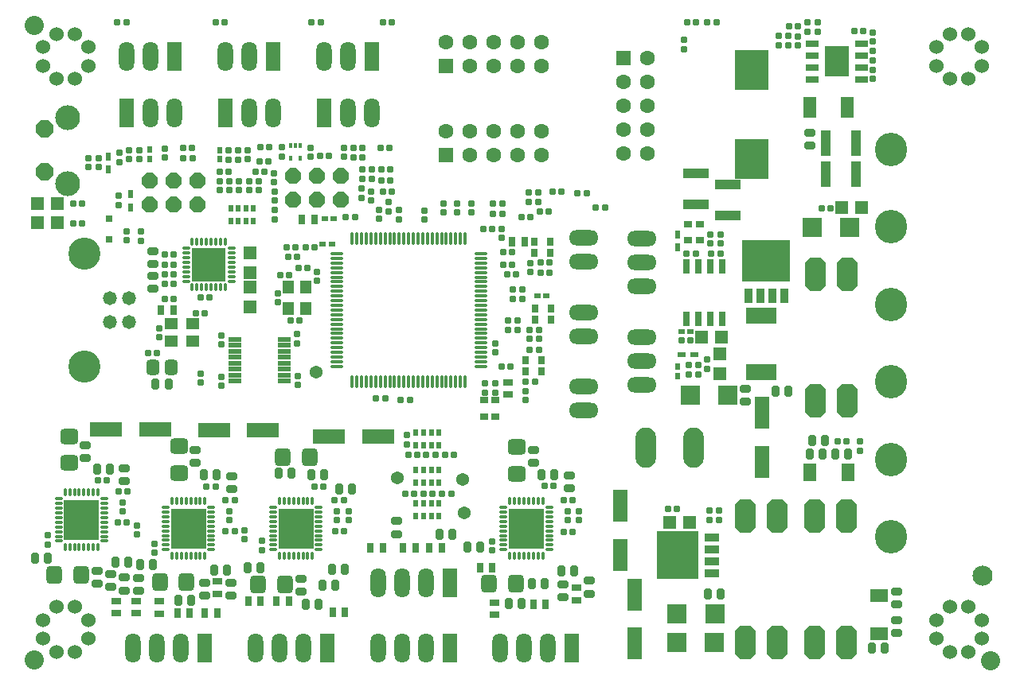
<source format=gts>
G04 Layer_Color=8388736*
%FSLAX25Y25*%
%MOIN*%
G70*
G01*
G75*
%ADD40C,0.06000*%
%ADD121C,0.03000*%
%ADD127C,0.08400*%
%ADD212C,0.06305*%
%ADD213R,0.05300X0.01700*%
%ADD214R,0.04600X0.01300*%
%ADD215R,0.04140X0.11030*%
G04:AMPARAMS|DCode=216|XSize=26mil|YSize=28mil|CornerRadius=6.4mil|HoleSize=0mil|Usage=FLASHONLY|Rotation=270.000|XOffset=0mil|YOffset=0mil|HoleType=Round|Shape=RoundedRectangle|*
%AMROUNDEDRECTD216*
21,1,0.02600,0.01520,0,0,270.0*
21,1,0.01320,0.02800,0,0,270.0*
1,1,0.01280,-0.00760,-0.00660*
1,1,0.01280,-0.00760,0.00660*
1,1,0.01280,0.00760,0.00660*
1,1,0.01280,0.00760,-0.00660*
%
%ADD216ROUNDEDRECTD216*%
G04:AMPARAMS|DCode=217|XSize=26mil|YSize=28mil|CornerRadius=6.4mil|HoleSize=0mil|Usage=FLASHONLY|Rotation=0.000|XOffset=0mil|YOffset=0mil|HoleType=Round|Shape=RoundedRectangle|*
%AMROUNDEDRECTD217*
21,1,0.02600,0.01520,0,0,0.0*
21,1,0.01320,0.02800,0,0,0.0*
1,1,0.01280,0.00660,-0.00760*
1,1,0.01280,-0.00660,-0.00760*
1,1,0.01280,-0.00660,0.00760*
1,1,0.01280,0.00660,0.00760*
%
%ADD217ROUNDEDRECTD217*%
%ADD218R,0.11030X0.04140*%
G04:AMPARAMS|DCode=219|XSize=33.13mil|YSize=43.37mil|CornerRadius=7.83mil|HoleSize=0mil|Usage=FLASHONLY|Rotation=90.000|XOffset=0mil|YOffset=0mil|HoleType=Round|Shape=RoundedRectangle|*
%AMROUNDEDRECTD219*
21,1,0.03313,0.02772,0,0,90.0*
21,1,0.01748,0.04337,0,0,90.0*
1,1,0.01565,0.01386,0.00874*
1,1,0.01565,0.01386,-0.00874*
1,1,0.01565,-0.01386,-0.00874*
1,1,0.01565,-0.01386,0.00874*
%
%ADD219ROUNDEDRECTD219*%
%ADD220R,0.02368X0.02565*%
%ADD221R,0.02565X0.02368*%
G04:AMPARAMS|DCode=222|XSize=27.62mil|YSize=28mil|CornerRadius=6.72mil|HoleSize=0mil|Usage=FLASHONLY|Rotation=90.000|XOffset=0mil|YOffset=0mil|HoleType=Round|Shape=RoundedRectangle|*
%AMROUNDEDRECTD222*
21,1,0.02762,0.01455,0,0,90.0*
21,1,0.01417,0.02800,0,0,90.0*
1,1,0.01345,0.00728,0.00709*
1,1,0.01345,0.00728,-0.00709*
1,1,0.01345,-0.00728,-0.00709*
1,1,0.01345,-0.00728,0.00709*
%
%ADD222ROUNDEDRECTD222*%
G04:AMPARAMS|DCode=223|XSize=14.96mil|YSize=35.43mil|CornerRadius=6.38mil|HoleSize=0mil|Usage=FLASHONLY|Rotation=180.000|XOffset=0mil|YOffset=0mil|HoleType=Round|Shape=RoundedRectangle|*
%AMROUNDEDRECTD223*
21,1,0.01496,0.02268,0,0,180.0*
21,1,0.00220,0.03543,0,0,180.0*
1,1,0.01276,-0.00110,0.01134*
1,1,0.01276,0.00110,0.01134*
1,1,0.01276,0.00110,-0.01134*
1,1,0.01276,-0.00110,-0.01134*
%
%ADD223ROUNDEDRECTD223*%
G04:AMPARAMS|DCode=224|XSize=14.96mil|YSize=35.43mil|CornerRadius=6.38mil|HoleSize=0mil|Usage=FLASHONLY|Rotation=270.000|XOffset=0mil|YOffset=0mil|HoleType=Round|Shape=RoundedRectangle|*
%AMROUNDEDRECTD224*
21,1,0.01496,0.02268,0,0,270.0*
21,1,0.00220,0.03543,0,0,270.0*
1,1,0.01276,-0.01134,-0.00110*
1,1,0.01276,-0.01134,0.00110*
1,1,0.01276,0.01134,0.00110*
1,1,0.01276,0.01134,-0.00110*
%
%ADD224ROUNDEDRECTD224*%
%ADD225R,0.14100X0.14100*%
%ADD226O,0.05518X0.01384*%
%ADD227O,0.01384X0.05518*%
%ADD228R,0.03865X0.03038*%
%ADD229R,0.03038X0.03865*%
%ADD230R,0.03200X0.06000*%
%ADD231R,0.20100X0.17400*%
%ADD232R,0.17400X0.20100*%
%ADD233R,0.06000X0.03200*%
G04:AMPARAMS|DCode=234|XSize=33.13mil|YSize=43.37mil|CornerRadius=7.83mil|HoleSize=0mil|Usage=FLASHONLY|Rotation=180.000|XOffset=0mil|YOffset=0mil|HoleType=Round|Shape=RoundedRectangle|*
%AMROUNDEDRECTD234*
21,1,0.03313,0.02772,0,0,180.0*
21,1,0.01748,0.04337,0,0,180.0*
1,1,0.01565,-0.00874,0.01386*
1,1,0.01565,0.00874,0.01386*
1,1,0.01565,0.00874,-0.01386*
1,1,0.01565,-0.00874,-0.01386*
%
%ADD234ROUNDEDRECTD234*%
%ADD235R,0.05912X0.13786*%
%ADD236R,0.13786X0.05912*%
G04:AMPARAMS|DCode=237|XSize=56mil|YSize=64mil|CornerRadius=15mil|HoleSize=0mil|Usage=FLASHONLY|Rotation=180.000|XOffset=0mil|YOffset=0mil|HoleType=Round|Shape=RoundedRectangle|*
%AMROUNDEDRECTD237*
21,1,0.05600,0.03400,0,0,180.0*
21,1,0.02600,0.06400,0,0,180.0*
1,1,0.03000,-0.01300,0.01700*
1,1,0.03000,0.01300,0.01700*
1,1,0.03000,0.01300,-0.01700*
1,1,0.03000,-0.01300,-0.01700*
%
%ADD237ROUNDEDRECTD237*%
G04:AMPARAMS|DCode=238|XSize=67mil|YSize=75mil|CornerRadius=17.75mil|HoleSize=0mil|Usage=FLASHONLY|Rotation=180.000|XOffset=0mil|YOffset=0mil|HoleType=Round|Shape=RoundedRectangle|*
%AMROUNDEDRECTD238*
21,1,0.06700,0.03950,0,0,180.0*
21,1,0.03150,0.07500,0,0,180.0*
1,1,0.03550,-0.01575,0.01975*
1,1,0.03550,0.01575,0.01975*
1,1,0.03550,0.01575,-0.01975*
1,1,0.03550,-0.01575,-0.01975*
%
%ADD238ROUNDEDRECTD238*%
G04:AMPARAMS|DCode=239|XSize=67mil|YSize=75mil|CornerRadius=17.75mil|HoleSize=0mil|Usage=FLASHONLY|Rotation=90.000|XOffset=0mil|YOffset=0mil|HoleType=Round|Shape=RoundedRectangle|*
%AMROUNDEDRECTD239*
21,1,0.06700,0.03950,0,0,90.0*
21,1,0.03150,0.07500,0,0,90.0*
1,1,0.03550,0.01975,0.01575*
1,1,0.03550,0.01975,-0.01575*
1,1,0.03550,-0.01975,-0.01575*
1,1,0.03550,-0.01975,0.01575*
%
%ADD239ROUNDEDRECTD239*%
%ADD240R,0.02400X0.03000*%
%ADD241R,0.05400X0.01900*%
G04:AMPARAMS|DCode=242|XSize=80mil|YSize=80mil|CornerRadius=40mil|HoleSize=0mil|Usage=FLASHONLY|Rotation=0.000|XOffset=0mil|YOffset=0mil|HoleType=Round|Shape=RoundedRectangle|*
%AMROUNDEDRECTD242*
21,1,0.08000,0.00000,0,0,0.0*
21,1,0.00000,0.08000,0,0,0.0*
1,1,0.08000,0.00000,0.00000*
1,1,0.08000,0.00000,0.00000*
1,1,0.08000,0.00000,0.00000*
1,1,0.08000,0.00000,0.00000*
%
%ADD242ROUNDEDRECTD242*%
%ADD243R,0.02800X0.06400*%
%ADD244R,0.05200X0.05200*%
%ADD245R,0.05833X0.07487*%
%ADD246R,0.05600X0.04600*%
%ADD247R,0.02762X0.03550*%
%ADD248R,0.02400X0.03200*%
%ADD249R,0.08300X0.08300*%
%ADD250R,0.13000X0.06700*%
%ADD251R,0.02800X0.02800*%
%ADD252R,0.03550X0.02762*%
%ADD253R,0.05200X0.05200*%
%ADD254R,0.04600X0.05600*%
G04:AMPARAMS|DCode=255|XSize=54mil|YSize=54mil|CornerRadius=27mil|HoleSize=0mil|Usage=FLASHONLY|Rotation=270.000|XOffset=0mil|YOffset=0mil|HoleType=Round|Shape=RoundedRectangle|*
%AMROUNDEDRECTD255*
21,1,0.05400,0.00000,0,0,270.0*
21,1,0.00000,0.05400,0,0,270.0*
1,1,0.05400,0.00000,0.00000*
1,1,0.05400,0.00000,0.00000*
1,1,0.05400,0.00000,0.00000*
1,1,0.05400,0.00000,0.00000*
%
%ADD255ROUNDEDRECTD255*%
%ADD256R,0.07487X0.05833*%
%ADD257R,0.14573X0.16542*%
%ADD258O,0.01384X0.03747*%
%ADD259O,0.03747X0.01384*%
%ADD260R,0.03200X0.02400*%
%ADD261R,0.01581X0.02172*%
%ADD262R,0.14179X0.16542*%
%ADD263R,0.09849X0.12605*%
%ADD264R,0.05321X0.02565*%
%ADD265R,0.05400X0.08700*%
%ADD266R,0.06305X0.06305*%
%ADD267C,0.06305*%
%ADD268O,0.06400X0.12400*%
%ADD269R,0.06400X0.12400*%
%ADD270O,0.13400X0.14000*%
%ADD271R,0.06305X0.06305*%
%ADD272O,0.12400X0.06400*%
%ADD273O,0.08650X0.16900*%
%ADD274P,0.07144X8X22.5*%
%ADD275C,0.13450*%
%ADD276C,0.05800*%
%ADD277C,0.10400*%
%ADD278P,0.08010X8X292.5*%
G04:AMPARAMS|DCode=279|XSize=137mil|YSize=87mil|CornerRadius=0mil|HoleSize=0mil|Usage=FLASHONLY|Rotation=270.000|XOffset=0mil|YOffset=0mil|HoleType=Round|Shape=Octagon|*
%AMOCTAGOND279*
4,1,8,-0.02175,-0.06850,0.02175,-0.06850,0.04350,-0.04675,0.04350,0.04675,0.02175,0.06850,-0.02175,0.06850,-0.04350,0.04675,-0.04350,-0.04675,-0.02175,-0.06850,0.0*
%
%ADD279OCTAGOND279*%

%ADD280C,0.01000*%
G54D40*
X403175Y15773D02*
D03*
Y23647D02*
D03*
X397663Y29159D02*
D03*
X389789D02*
D03*
X384277Y23647D02*
D03*
Y15773D02*
D03*
X389789Y10261D02*
D03*
X397663D02*
D03*
X403175Y255931D02*
D03*
Y263805D02*
D03*
X397663Y269317D02*
D03*
X389789D02*
D03*
X384277Y263805D02*
D03*
Y255931D02*
D03*
X389789Y250419D02*
D03*
X397663D02*
D03*
X29159Y255931D02*
D03*
Y263805D02*
D03*
X23647Y269317D02*
D03*
X15773D02*
D03*
X10261Y263805D02*
D03*
Y255931D02*
D03*
X15773Y250419D02*
D03*
X23647D02*
D03*
X29159Y15773D02*
D03*
Y23647D02*
D03*
X23647Y29159D02*
D03*
X15773D02*
D03*
X10261Y23647D02*
D03*
Y15773D02*
D03*
X15773Y10261D02*
D03*
X23647D02*
D03*
G54D121*
X79600Y172600D02*
D03*
Y176340D02*
D03*
X75831Y176376D02*
D03*
X75880Y172600D02*
D03*
X75860Y168761D02*
D03*
X79600Y168860D02*
D03*
X83340D02*
D03*
Y172600D02*
D03*
Y176340D02*
D03*
X316900Y168239D02*
D03*
X320900D02*
D03*
Y172239D02*
D03*
X316900D02*
D03*
Y176239D02*
D03*
X320900D02*
D03*
Y180239D02*
D03*
X316900D02*
D03*
X308900D02*
D03*
X304900D02*
D03*
Y176239D02*
D03*
X308900D02*
D03*
Y172239D02*
D03*
X304900D02*
D03*
Y168239D02*
D03*
X308900D02*
D03*
X312900D02*
D03*
Y172239D02*
D03*
Y180239D02*
D03*
Y176239D02*
D03*
X273681Y50768D02*
D03*
X269681D02*
D03*
X277681D02*
D03*
X281681D02*
D03*
Y46768D02*
D03*
Y42768D02*
D03*
X277681D02*
D03*
Y46768D02*
D03*
X273681D02*
D03*
Y42768D02*
D03*
X269681D02*
D03*
Y46768D02*
D03*
Y54768D02*
D03*
Y58768D02*
D03*
X273681D02*
D03*
Y54768D02*
D03*
X277681D02*
D03*
Y58768D02*
D03*
X281681D02*
D03*
Y54768D02*
D03*
X22031Y72102D02*
D03*
X30693Y59109D02*
D03*
X26362D02*
D03*
X22031D02*
D03*
X30693Y63440D02*
D03*
X26362D02*
D03*
X22031D02*
D03*
X30693Y67771D02*
D03*
X26362D02*
D03*
X22031D02*
D03*
X30693Y72102D02*
D03*
X26362D02*
D03*
X71100Y68502D02*
D03*
X75431D02*
D03*
X66769Y64171D02*
D03*
X71100D02*
D03*
X75431D02*
D03*
X66769Y59840D02*
D03*
X71100D02*
D03*
X75431D02*
D03*
X66769Y55510D02*
D03*
X71100D02*
D03*
X75431D02*
D03*
X66769Y68502D02*
D03*
X111769D02*
D03*
X120431Y55510D02*
D03*
X116100D02*
D03*
X111769D02*
D03*
X120431Y59840D02*
D03*
X116100D02*
D03*
X111769D02*
D03*
X120431Y64171D02*
D03*
X116100D02*
D03*
X111769D02*
D03*
X120431Y68502D02*
D03*
X116100D02*
D03*
X212500D02*
D03*
X216831D02*
D03*
X208169Y64171D02*
D03*
X212500D02*
D03*
X216831D02*
D03*
X208169Y59840D02*
D03*
X212500D02*
D03*
X216831D02*
D03*
X208169Y55510D02*
D03*
X212500D02*
D03*
X216831D02*
D03*
X208169Y68502D02*
D03*
G54D127*
X403667Y42151D02*
D03*
G54D212*
X263268Y219171D02*
D03*
Y229171D02*
D03*
Y239171D02*
D03*
Y249171D02*
D03*
Y259171D02*
D03*
G54D213*
X90563Y141354D02*
D03*
Y138854D02*
D03*
X90563Y136354D02*
D03*
Y133854D02*
D03*
X90563Y131354D02*
D03*
X90563Y128854D02*
D03*
Y126354D02*
D03*
X90563Y123854D02*
D03*
X111063Y123854D02*
D03*
X111063Y126354D02*
D03*
X111063Y128854D02*
D03*
X111063Y131354D02*
D03*
X111063Y133854D02*
D03*
X111063Y136354D02*
D03*
X111063Y138854D02*
D03*
X111063Y141354D02*
D03*
G54D214*
X90613Y141354D02*
D03*
X90613Y138854D02*
D03*
X90613Y136354D02*
D03*
Y133854D02*
D03*
X90613Y131354D02*
D03*
X90613Y128854D02*
D03*
Y126354D02*
D03*
X90613Y123854D02*
D03*
X111012D02*
D03*
X111013Y126354D02*
D03*
Y128854D02*
D03*
X111013Y131354D02*
D03*
X111012Y133854D02*
D03*
X111013Y136354D02*
D03*
X111013Y138854D02*
D03*
X111012Y141354D02*
D03*
G54D215*
X337902Y223700D02*
D03*
X350698D02*
D03*
X337902Y210700D02*
D03*
X350698D02*
D03*
G54D216*
X326100Y264615D02*
D03*
Y268385D02*
D03*
X357600Y254285D02*
D03*
Y250515D02*
D03*
X334500Y274085D02*
D03*
Y270315D02*
D03*
X357500Y269890D02*
D03*
Y266100D02*
D03*
X136100Y217810D02*
D03*
Y221600D02*
D03*
X195100Y122770D02*
D03*
Y119000D02*
D03*
X198300Y52830D02*
D03*
Y56600D02*
D03*
X229800Y65500D02*
D03*
Y69270D02*
D03*
X101900Y53030D02*
D03*
Y56800D02*
D03*
X133300Y69270D02*
D03*
Y65500D02*
D03*
X56800Y51930D02*
D03*
Y55700D02*
D03*
X88300Y65400D02*
D03*
Y69170D02*
D03*
X45053Y186500D02*
D03*
Y182730D02*
D03*
X84868Y142840D02*
D03*
Y139070D02*
D03*
X116659Y139661D02*
D03*
Y143431D02*
D03*
X116757Y122165D02*
D03*
Y125935D02*
D03*
X84966Y125646D02*
D03*
Y121876D02*
D03*
X169900Y191530D02*
D03*
Y195300D02*
D03*
X108400Y160670D02*
D03*
Y156900D02*
D03*
X58900Y142230D02*
D03*
Y146000D02*
D03*
X29300Y213500D02*
D03*
Y217270D02*
D03*
X199600Y139527D02*
D03*
Y135757D02*
D03*
X124900Y169570D02*
D03*
Y165800D02*
D03*
X43700Y69100D02*
D03*
Y72870D02*
D03*
X12200Y55330D02*
D03*
Y59100D02*
D03*
X278700Y266800D02*
D03*
Y263030D02*
D03*
X100689Y207609D02*
D03*
Y203819D02*
D03*
X46256Y216891D02*
D03*
Y220681D02*
D03*
X91939Y220502D02*
D03*
Y216713D02*
D03*
X106900Y207200D02*
D03*
Y210990D02*
D03*
X76125Y127015D02*
D03*
Y123225D02*
D03*
X199400Y119000D02*
D03*
Y122790D02*
D03*
X213900Y141410D02*
D03*
Y145200D02*
D03*
X293900Y181410D02*
D03*
Y185200D02*
D03*
X143700Y204500D02*
D03*
Y200710D02*
D03*
X110200Y218010D02*
D03*
Y221800D02*
D03*
X107300Y195400D02*
D03*
Y191630D02*
D03*
X92348Y203814D02*
D03*
Y207584D02*
D03*
X88248Y203814D02*
D03*
Y207584D02*
D03*
X234600Y69300D02*
D03*
Y65510D02*
D03*
X138100D02*
D03*
Y69300D02*
D03*
X94400Y61200D02*
D03*
Y57410D02*
D03*
X357500Y262090D02*
D03*
Y258300D02*
D03*
X330300Y274090D02*
D03*
Y270300D02*
D03*
X155000Y198800D02*
D03*
Y195010D02*
D03*
X214300Y173190D02*
D03*
Y169400D02*
D03*
X212300Y115800D02*
D03*
Y119590D02*
D03*
X218000Y141410D02*
D03*
Y145200D02*
D03*
X147500Y203290D02*
D03*
Y199500D02*
D03*
X51053Y182701D02*
D03*
Y186491D02*
D03*
X288300Y129000D02*
D03*
Y132790D02*
D03*
X202298Y187597D02*
D03*
Y183807D02*
D03*
X41898Y197621D02*
D03*
Y201411D02*
D03*
X33400Y217290D02*
D03*
Y213500D02*
D03*
X49500Y63200D02*
D03*
Y59410D02*
D03*
X159100Y191710D02*
D03*
Y195500D02*
D03*
X289700Y181400D02*
D03*
Y185190D02*
D03*
X162425Y97325D02*
D03*
Y101115D02*
D03*
X189400Y198300D02*
D03*
Y194510D02*
D03*
X183700Y198300D02*
D03*
Y194510D02*
D03*
X177900Y198200D02*
D03*
Y194410D02*
D03*
X150800Y191800D02*
D03*
Y195590D02*
D03*
X42100Y215715D02*
D03*
Y219485D02*
D03*
X96000Y216930D02*
D03*
Y220700D02*
D03*
X50390Y216891D02*
D03*
Y220681D02*
D03*
X87779Y216683D02*
D03*
Y220472D02*
D03*
X84258Y207604D02*
D03*
Y203814D02*
D03*
X96555Y207609D02*
D03*
Y203819D02*
D03*
X107300Y203200D02*
D03*
Y199410D02*
D03*
X122100Y217915D02*
D03*
Y221685D02*
D03*
X61300Y217500D02*
D03*
Y221270D02*
D03*
G54D217*
X322085Y264500D02*
D03*
X318315D02*
D03*
X322410Y272700D02*
D03*
X326200D02*
D03*
X318310Y268600D02*
D03*
X322100D02*
D03*
X353485Y270500D02*
D03*
X349715D02*
D03*
X213610Y203000D02*
D03*
X217400D02*
D03*
X202490Y198100D02*
D03*
X198700D02*
D03*
X213600Y198900D02*
D03*
X217390D02*
D03*
X202490Y194000D02*
D03*
X198700D02*
D03*
X245490Y196700D02*
D03*
X241700D02*
D03*
X234010Y202500D02*
D03*
X237800D02*
D03*
X342725Y98525D02*
D03*
X346515D02*
D03*
X72756Y217390D02*
D03*
X68966D02*
D03*
X210400Y192500D02*
D03*
X214170D02*
D03*
X231970Y60600D02*
D03*
X228200D02*
D03*
X220100Y79800D02*
D03*
X223870D02*
D03*
X228130Y73900D02*
D03*
X231900D02*
D03*
X132600Y61000D02*
D03*
X136370D02*
D03*
X123800Y79700D02*
D03*
X127570D02*
D03*
X136100Y73900D02*
D03*
X132330D02*
D03*
X90470Y60800D02*
D03*
X86700D02*
D03*
X78700Y79700D02*
D03*
X82470D02*
D03*
X86668Y73800D02*
D03*
X90438D02*
D03*
X207030Y162100D02*
D03*
X210800D02*
D03*
X161792Y76644D02*
D03*
X165562D02*
D03*
X166957Y92983D02*
D03*
X163187D02*
D03*
X169568Y76644D02*
D03*
X173338D02*
D03*
X174438Y92983D02*
D03*
X170668D02*
D03*
X181143Y76546D02*
D03*
X177373D02*
D03*
X178473Y92884D02*
D03*
X182243D02*
D03*
X206600Y177800D02*
D03*
X202830D02*
D03*
X208224Y168529D02*
D03*
X204454D02*
D03*
X113792Y149120D02*
D03*
X117562D02*
D03*
X79835Y158779D02*
D03*
X76065D02*
D03*
X78000Y152300D02*
D03*
X74230D02*
D03*
X61200Y176900D02*
D03*
X64970D02*
D03*
X109430Y168250D02*
D03*
X113200D02*
D03*
X61200Y164500D02*
D03*
X64970D02*
D03*
X54230Y135600D02*
D03*
X58000D02*
D03*
X159991Y115779D02*
D03*
X163761D02*
D03*
X206650Y172663D02*
D03*
X202880D02*
D03*
X45370Y64600D02*
D03*
X41600D02*
D03*
X33100Y82300D02*
D03*
X36870D02*
D03*
X41930Y77400D02*
D03*
X45700D02*
D03*
X156270Y274200D02*
D03*
X152500D02*
D03*
X61200Y158100D02*
D03*
X64970D02*
D03*
X84222Y211713D02*
D03*
X88012D02*
D03*
X116012Y179877D02*
D03*
X112222D02*
D03*
X218210Y194800D02*
D03*
X222000D02*
D03*
X279910Y274200D02*
D03*
X283700D02*
D03*
X292090D02*
D03*
X288300D02*
D03*
X212310Y123600D02*
D03*
X216100D02*
D03*
X207000Y158300D02*
D03*
X210790D02*
D03*
X280700Y126500D02*
D03*
X284490D02*
D03*
X284500Y130500D02*
D03*
X280710D02*
D03*
X144010Y212600D02*
D03*
X147800D02*
D03*
X218500Y173400D02*
D03*
X222290D02*
D03*
X277410Y140800D02*
D03*
X281200D02*
D03*
X61210Y172600D02*
D03*
X65000D02*
D03*
Y168500D02*
D03*
X61210D02*
D03*
X336110Y196200D02*
D03*
X339900D02*
D03*
X194472Y187495D02*
D03*
X198261D02*
D03*
X289340Y65650D02*
D03*
X293130D02*
D03*
X289310Y69700D02*
D03*
X293100D02*
D03*
X271800Y70300D02*
D03*
X275590D02*
D03*
X214010Y136900D02*
D03*
X217800D02*
D03*
X26600Y190000D02*
D03*
X22810D02*
D03*
X222290Y169200D02*
D03*
X218500D02*
D03*
X293800Y177300D02*
D03*
X290010D02*
D03*
X279610D02*
D03*
X283400D02*
D03*
X26625Y198100D02*
D03*
X22835D02*
D03*
X206000Y129750D02*
D03*
X202210D02*
D03*
X208800Y149250D02*
D03*
X205010D02*
D03*
X208800Y145350D02*
D03*
X205010D02*
D03*
X129900Y218300D02*
D03*
X126110D02*
D03*
X147800Y208500D02*
D03*
X144010D02*
D03*
X155700Y212600D02*
D03*
X151910D02*
D03*
X120900Y171100D02*
D03*
X117110D02*
D03*
X153470Y116400D02*
D03*
X149680D02*
D03*
X152400Y203300D02*
D03*
X156190D02*
D03*
X155700Y208000D02*
D03*
X151910D02*
D03*
X140100Y217600D02*
D03*
X143890D02*
D03*
X140800Y192500D02*
D03*
X137010D02*
D03*
X227200Y203200D02*
D03*
X223410D02*
D03*
X143900Y221600D02*
D03*
X140110D02*
D03*
X116485Y176000D02*
D03*
X112715D02*
D03*
X120165Y179926D02*
D03*
X123954D02*
D03*
X68930Y221500D02*
D03*
X72700D02*
D03*
X102885Y211600D02*
D03*
X99115D02*
D03*
X100915Y215800D02*
D03*
X104685D02*
D03*
X41300Y274200D02*
D03*
X45070D02*
D03*
X82400D02*
D03*
X86170D02*
D03*
X122700D02*
D03*
X126470D02*
D03*
X101200Y221800D02*
D03*
X104970D02*
D03*
X155300Y221600D02*
D03*
X151530D02*
D03*
G54D218*
X283700Y198002D02*
D03*
Y210798D02*
D03*
X296800Y193302D02*
D03*
Y206098D02*
D03*
G54D219*
X331200Y227877D02*
D03*
Y222523D02*
D03*
X215500Y94977D02*
D03*
Y89623D02*
D03*
X227800Y38700D02*
D03*
Y33346D02*
D03*
X239000Y40077D02*
D03*
Y34723D02*
D03*
X230600Y84277D02*
D03*
Y78923D02*
D03*
X118225Y35548D02*
D03*
Y40902D02*
D03*
X158200Y59723D02*
D03*
Y65077D02*
D03*
X77925Y33948D02*
D03*
Y39302D02*
D03*
X73900Y94877D02*
D03*
Y89523D02*
D03*
X88725Y33948D02*
D03*
Y39302D02*
D03*
X89200Y83877D02*
D03*
Y78523D02*
D03*
X304300Y120677D02*
D03*
Y115323D02*
D03*
X32900Y44177D02*
D03*
Y38823D02*
D03*
X38600Y37423D02*
D03*
Y42777D02*
D03*
X27900Y96777D02*
D03*
Y91423D02*
D03*
X44350Y36046D02*
D03*
Y41400D02*
D03*
X50150Y41377D02*
D03*
Y36023D02*
D03*
X44300Y81923D02*
D03*
Y87277D02*
D03*
X56100Y172923D02*
D03*
Y178277D02*
D03*
X56100Y162423D02*
D03*
Y167778D02*
D03*
X367700Y35477D02*
D03*
Y30123D02*
D03*
Y23677D02*
D03*
Y18323D02*
D03*
G54D220*
X84153Y216732D02*
D03*
Y220472D02*
D03*
X54800Y220770D02*
D03*
Y217030D02*
D03*
X276025Y129795D02*
D03*
Y126055D02*
D03*
G54D221*
X131086Y181365D02*
D03*
X127346D02*
D03*
X277530Y144500D02*
D03*
X281270D02*
D03*
X220970Y159600D02*
D03*
X217230D02*
D03*
X128230Y191900D02*
D03*
X131970D02*
D03*
G54D222*
X352325Y98425D02*
D03*
Y94635D02*
D03*
G54D223*
X72710Y163151D02*
D03*
X74679D02*
D03*
X76647D02*
D03*
X78616D02*
D03*
X80584D02*
D03*
X82553D02*
D03*
X84521D02*
D03*
X86490D02*
D03*
Y182100D02*
D03*
X84521D02*
D03*
X82553D02*
D03*
X80584D02*
D03*
X78616D02*
D03*
X76647D02*
D03*
X74679D02*
D03*
X72710D02*
D03*
G54D224*
X89049Y165710D02*
D03*
Y167679D02*
D03*
Y169647D02*
D03*
Y171616D02*
D03*
Y173584D02*
D03*
Y175553D02*
D03*
Y177521D02*
D03*
Y179490D02*
D03*
X70100D02*
D03*
Y177521D02*
D03*
Y175553D02*
D03*
Y173584D02*
D03*
Y171616D02*
D03*
Y169647D02*
D03*
Y167679D02*
D03*
Y165710D02*
D03*
G54D225*
X79600Y172600D02*
D03*
G54D226*
X193397Y177222D02*
D03*
Y175253D02*
D03*
Y173285D02*
D03*
Y171317D02*
D03*
Y169348D02*
D03*
Y167379D02*
D03*
Y165411D02*
D03*
Y163443D02*
D03*
Y161474D02*
D03*
Y159505D02*
D03*
Y157537D02*
D03*
Y155569D02*
D03*
Y153600D02*
D03*
Y151631D02*
D03*
Y149663D02*
D03*
Y147695D02*
D03*
Y145726D02*
D03*
Y143757D02*
D03*
Y141789D02*
D03*
Y139821D02*
D03*
Y137852D02*
D03*
Y135883D02*
D03*
Y133915D02*
D03*
Y131947D02*
D03*
Y129978D02*
D03*
X133161D02*
D03*
Y131947D02*
D03*
Y133915D02*
D03*
Y135883D02*
D03*
Y137852D02*
D03*
Y139821D02*
D03*
Y141789D02*
D03*
Y143757D02*
D03*
Y145726D02*
D03*
Y147695D02*
D03*
Y149663D02*
D03*
Y151631D02*
D03*
Y153600D02*
D03*
Y155569D02*
D03*
Y157537D02*
D03*
Y159505D02*
D03*
Y161474D02*
D03*
Y163443D02*
D03*
Y165411D02*
D03*
Y167379D02*
D03*
Y169348D02*
D03*
Y171317D02*
D03*
Y173285D02*
D03*
Y175253D02*
D03*
Y177222D02*
D03*
G54D227*
X186901Y123482D02*
D03*
X184932D02*
D03*
X182964D02*
D03*
X180995D02*
D03*
X179027D02*
D03*
X177058D02*
D03*
X175090D02*
D03*
X173121D02*
D03*
X171153D02*
D03*
X169184D02*
D03*
X167216D02*
D03*
X165247D02*
D03*
X163279D02*
D03*
X161310D02*
D03*
X159342D02*
D03*
X157373D02*
D03*
X155405D02*
D03*
X153436D02*
D03*
X151468D02*
D03*
X149499D02*
D03*
X147531D02*
D03*
X145562D02*
D03*
X143594D02*
D03*
X141625D02*
D03*
X139657D02*
D03*
Y183718D02*
D03*
X141625D02*
D03*
X143594D02*
D03*
X145562D02*
D03*
X147531D02*
D03*
X149499D02*
D03*
X151468D02*
D03*
X153436D02*
D03*
X155405D02*
D03*
X157373D02*
D03*
X159342D02*
D03*
X161310D02*
D03*
X163279D02*
D03*
X165247D02*
D03*
X167216D02*
D03*
X169184D02*
D03*
X171153D02*
D03*
X173121D02*
D03*
X175090D02*
D03*
X177058D02*
D03*
X179027D02*
D03*
X180995D02*
D03*
X182964D02*
D03*
X184932D02*
D03*
X186901D02*
D03*
G54D228*
X233400Y37118D02*
D03*
Y31882D02*
D03*
X199300Y31018D02*
D03*
Y25782D02*
D03*
X49325Y31643D02*
D03*
Y26407D02*
D03*
X204900Y118082D02*
D03*
Y123318D02*
D03*
X41025Y31643D02*
D03*
Y26407D02*
D03*
X58825Y31625D02*
D03*
Y26389D02*
D03*
X83325Y39943D02*
D03*
Y34707D02*
D03*
G54D229*
X215382Y30300D02*
D03*
X220618D02*
D03*
X171882Y53800D02*
D03*
X177118D02*
D03*
X160982D02*
D03*
X166218D02*
D03*
X147282D02*
D03*
X152518D02*
D03*
X123818Y191600D02*
D03*
X118582D02*
D03*
X113143Y31425D02*
D03*
X107907D02*
D03*
X198318Y45600D02*
D03*
X193082D02*
D03*
X206582Y182200D02*
D03*
X211818D02*
D03*
X59682Y153500D02*
D03*
X64918D02*
D03*
X66407Y26625D02*
D03*
X71643D02*
D03*
X78007Y26525D02*
D03*
X83243D02*
D03*
X96107Y31425D02*
D03*
X101343D02*
D03*
X131407Y27025D02*
D03*
X136643D02*
D03*
G54D230*
X305400Y159700D02*
D03*
X310400D02*
D03*
X315400D02*
D03*
X320400D02*
D03*
G54D231*
X312900Y174139D02*
D03*
G54D232*
X275781Y50768D02*
D03*
G54D233*
X290220Y58268D02*
D03*
Y53268D02*
D03*
Y48268D02*
D03*
Y43268D02*
D03*
G54D234*
X214823Y38900D02*
D03*
X220177D02*
D03*
X193277Y54300D02*
D03*
X187923D02*
D03*
X210577Y30700D02*
D03*
X205223D02*
D03*
X224177Y84500D02*
D03*
X218823D02*
D03*
X227223Y44100D02*
D03*
X232577D02*
D03*
X96023Y45500D02*
D03*
X101377D02*
D03*
X127123Y38200D02*
D03*
X132477D02*
D03*
X108723Y85100D02*
D03*
X114077D02*
D03*
X181577Y59700D02*
D03*
X176223D02*
D03*
X134123Y78700D02*
D03*
X139477D02*
D03*
X122523Y84400D02*
D03*
X127877D02*
D03*
X136577Y44800D02*
D03*
X131223D02*
D03*
X77623Y84400D02*
D03*
X82977D02*
D03*
X87377Y44700D02*
D03*
X82023D02*
D03*
X72377Y32000D02*
D03*
X67023D02*
D03*
X56302Y46925D02*
D03*
X50948D02*
D03*
X120223Y30200D02*
D03*
X125577D02*
D03*
X332073Y98950D02*
D03*
X337428D02*
D03*
X331323Y93200D02*
D03*
X336677D02*
D03*
X342023D02*
D03*
X347377D02*
D03*
X322377Y119700D02*
D03*
X317023D02*
D03*
X293877Y34400D02*
D03*
X288523D02*
D03*
X33023Y86900D02*
D03*
X38377D02*
D03*
X45977Y47900D02*
D03*
X40623D02*
D03*
X12277Y49500D02*
D03*
X6923D02*
D03*
X62727Y122700D02*
D03*
X57373D02*
D03*
X362677Y11800D02*
D03*
X357323D02*
D03*
G54D235*
X257900Y34236D02*
D03*
Y13764D02*
D03*
X252000Y71436D02*
D03*
Y50964D02*
D03*
X311100Y110436D02*
D03*
Y89964D02*
D03*
G54D236*
X130028Y100500D02*
D03*
X150500D02*
D03*
X81825Y103325D02*
D03*
X102298D02*
D03*
X36664Y103700D02*
D03*
X57136D02*
D03*
G54D237*
X63840Y129600D02*
D03*
X56300D02*
D03*
G54D238*
X196900Y38800D02*
D03*
X208098D02*
D03*
X110527Y91925D02*
D03*
X121725D02*
D03*
X70324Y39625D02*
D03*
X59125D02*
D03*
X100225Y38725D02*
D03*
X111424D02*
D03*
X15000Y42700D02*
D03*
X26198D02*
D03*
G54D239*
X208625Y96225D02*
D03*
Y85027D02*
D03*
X67100Y85202D02*
D03*
Y96400D02*
D03*
X21100Y89402D02*
D03*
Y100600D02*
D03*
G54D240*
X175897Y67350D02*
D03*
X172747D02*
D03*
X169572D02*
D03*
X166372D02*
D03*
Y72707D02*
D03*
X169572D02*
D03*
X172747D02*
D03*
X175897D02*
D03*
Y86683D02*
D03*
X172747D02*
D03*
X169572D02*
D03*
X166372D02*
D03*
Y81326D02*
D03*
X169572D02*
D03*
X172747D02*
D03*
X175897D02*
D03*
Y96877D02*
D03*
X172747D02*
D03*
X169572D02*
D03*
X166372D02*
D03*
Y102235D02*
D03*
X169572D02*
D03*
X172747D02*
D03*
X175897D02*
D03*
X98352Y196186D02*
D03*
X95202D02*
D03*
X92028D02*
D03*
X88828D02*
D03*
Y190829D02*
D03*
X92028D02*
D03*
X95202D02*
D03*
X98352D02*
D03*
G54D241*
X90576Y138854D02*
D03*
X111113Y133854D02*
D03*
X90576Y141354D02*
D03*
Y136354D02*
D03*
Y133854D02*
D03*
X111113Y136354D02*
D03*
X111113Y131304D02*
D03*
X111113Y128804D02*
D03*
X90576D02*
D03*
X111113Y123804D02*
D03*
X90576Y131304D02*
D03*
Y126304D02*
D03*
X111113D02*
D03*
X90576Y123804D02*
D03*
X111113Y138854D02*
D03*
Y141354D02*
D03*
G54D242*
X6423Y6816D02*
D03*
X406718Y6423D02*
D03*
X6423Y272860D02*
D03*
G54D243*
X279400Y150015D02*
D03*
X284400D02*
D03*
X294400D02*
D03*
X279400Y171742D02*
D03*
X284400D02*
D03*
X294400D02*
D03*
X289400Y150015D02*
D03*
Y171742D02*
D03*
G54D244*
X16234Y198100D02*
D03*
X7900D02*
D03*
X16234Y190100D02*
D03*
X7900D02*
D03*
X285966Y142100D02*
D03*
X294300D02*
D03*
X344566Y196700D02*
D03*
X352900D02*
D03*
X272466Y64600D02*
D03*
X280800D02*
D03*
G54D245*
X347310Y85400D02*
D03*
X331090D02*
D03*
G54D246*
X63872Y147800D02*
D03*
X73000D02*
D03*
Y140458D02*
D03*
X63872D02*
D03*
G54D247*
X222847Y154200D02*
D03*
X216154D02*
D03*
X215953Y182300D02*
D03*
X222646D02*
D03*
X215953Y177700D02*
D03*
X222646D02*
D03*
X222847Y149600D02*
D03*
X216154D02*
D03*
X212207Y128000D02*
D03*
X218900D02*
D03*
X212154Y132600D02*
D03*
X218847D02*
D03*
G54D248*
X46917Y202168D02*
D03*
Y196657D02*
D03*
X37600Y217956D02*
D03*
Y212444D02*
D03*
X275900Y185356D02*
D03*
Y179844D02*
D03*
G54D249*
X275672Y26368D02*
D03*
X291446D02*
D03*
X291355Y14383D02*
D03*
X275581D02*
D03*
X296874Y117900D02*
D03*
X281100D02*
D03*
X347974Y188100D02*
D03*
X332200D02*
D03*
G54D250*
X310933Y151119D02*
D03*
Y127408D02*
D03*
G54D251*
X38017Y191856D02*
D03*
Y183125D02*
D03*
G54D252*
X285200Y182853D02*
D03*
Y189547D02*
D03*
X199600Y109054D02*
D03*
Y115746D02*
D03*
X195000Y109054D02*
D03*
Y115746D02*
D03*
X280200Y182853D02*
D03*
Y189547D02*
D03*
G54D253*
X96876Y177683D02*
D03*
Y169349D02*
D03*
X96777Y154848D02*
D03*
Y163182D02*
D03*
X293600Y126766D02*
D03*
Y135100D02*
D03*
G54D254*
X113014Y154071D02*
D03*
Y163199D02*
D03*
X120356D02*
D03*
Y154071D02*
D03*
G54D255*
X186000Y82400D02*
D03*
X186700Y68700D02*
D03*
X158672Y83140D02*
D03*
X124500Y127600D02*
D03*
G54D256*
X360300Y17790D02*
D03*
Y34010D02*
D03*
G54D257*
X26362Y65605D02*
D03*
X71100Y62006D02*
D03*
X116100D02*
D03*
X212500D02*
D03*
G54D258*
X19473Y77121D02*
D03*
X21441D02*
D03*
X23410D02*
D03*
X25378D02*
D03*
X27347D02*
D03*
X29315D02*
D03*
X31284D02*
D03*
X33252D02*
D03*
Y54090D02*
D03*
X31284D02*
D03*
X29315D02*
D03*
X27347D02*
D03*
X25378D02*
D03*
X23410D02*
D03*
X21441D02*
D03*
X19473D02*
D03*
X64210Y50490D02*
D03*
X66179D02*
D03*
X68147D02*
D03*
X70116D02*
D03*
X72084D02*
D03*
X74053D02*
D03*
X76021D02*
D03*
X77990D02*
D03*
Y73521D02*
D03*
X76021D02*
D03*
X74053D02*
D03*
X72084D02*
D03*
X70116D02*
D03*
X68147D02*
D03*
X66179D02*
D03*
X64210D02*
D03*
X109210D02*
D03*
X111179D02*
D03*
X113147D02*
D03*
X115116D02*
D03*
X117084D02*
D03*
X119053D02*
D03*
X121021D02*
D03*
X122990D02*
D03*
Y50490D02*
D03*
X121021D02*
D03*
X119053D02*
D03*
X117084D02*
D03*
X115116D02*
D03*
X113147D02*
D03*
X111179D02*
D03*
X109210D02*
D03*
X205610D02*
D03*
X207579D02*
D03*
X209547D02*
D03*
X211516D02*
D03*
X213484D02*
D03*
X215453D02*
D03*
X217421D02*
D03*
X219390D02*
D03*
Y73521D02*
D03*
X217421D02*
D03*
X215453D02*
D03*
X213484D02*
D03*
X211516D02*
D03*
X209547D02*
D03*
X207579D02*
D03*
X205610D02*
D03*
G54D259*
X35929Y74464D02*
D03*
Y72495D02*
D03*
Y70527D02*
D03*
Y68558D02*
D03*
Y66590D02*
D03*
Y64621D02*
D03*
Y62653D02*
D03*
Y60684D02*
D03*
Y58716D02*
D03*
Y56747D02*
D03*
X16795D02*
D03*
Y58716D02*
D03*
Y60684D02*
D03*
Y62653D02*
D03*
Y64621D02*
D03*
Y66590D02*
D03*
Y68558D02*
D03*
Y70527D02*
D03*
Y72495D02*
D03*
Y74464D02*
D03*
X61533Y70864D02*
D03*
Y68895D02*
D03*
Y66927D02*
D03*
Y64958D02*
D03*
Y62990D02*
D03*
Y61021D02*
D03*
Y59053D02*
D03*
Y57084D02*
D03*
Y55116D02*
D03*
Y53147D02*
D03*
X80667D02*
D03*
Y55116D02*
D03*
Y57084D02*
D03*
Y59053D02*
D03*
Y61021D02*
D03*
Y62990D02*
D03*
Y64958D02*
D03*
Y66927D02*
D03*
Y68895D02*
D03*
Y70864D02*
D03*
X125667D02*
D03*
Y68895D02*
D03*
Y66927D02*
D03*
Y64958D02*
D03*
Y62990D02*
D03*
Y61021D02*
D03*
Y59053D02*
D03*
Y57084D02*
D03*
Y55116D02*
D03*
Y53147D02*
D03*
X106533D02*
D03*
Y55116D02*
D03*
Y57084D02*
D03*
Y59053D02*
D03*
Y61021D02*
D03*
Y62990D02*
D03*
Y64958D02*
D03*
Y66927D02*
D03*
Y68895D02*
D03*
Y70864D02*
D03*
X202933D02*
D03*
Y68895D02*
D03*
Y66927D02*
D03*
Y64958D02*
D03*
Y62990D02*
D03*
Y61021D02*
D03*
Y59053D02*
D03*
Y57084D02*
D03*
Y55116D02*
D03*
Y53147D02*
D03*
X222067D02*
D03*
Y55116D02*
D03*
Y57084D02*
D03*
Y59053D02*
D03*
Y61021D02*
D03*
Y62990D02*
D03*
Y64958D02*
D03*
Y66927D02*
D03*
Y68895D02*
D03*
Y70864D02*
D03*
G54D260*
X277444Y134800D02*
D03*
X282956D02*
D03*
G54D261*
X117968Y217143D02*
D03*
X114032D02*
D03*
X114018Y222458D02*
D03*
X116000D02*
D03*
X117982D02*
D03*
G54D262*
X307000Y216899D02*
D03*
Y254301D02*
D03*
G54D263*
X342400Y257800D02*
D03*
G54D264*
X332065Y265300D02*
D03*
Y260300D02*
D03*
Y255300D02*
D03*
Y250300D02*
D03*
X352735Y265300D02*
D03*
Y260300D02*
D03*
Y255300D02*
D03*
Y250300D02*
D03*
G54D265*
X331200Y238700D02*
D03*
X346800D02*
D03*
G54D266*
X253269Y259171D02*
D03*
G54D267*
Y249171D02*
D03*
Y239171D02*
D03*
Y229171D02*
D03*
Y219171D02*
D03*
X219000Y228500D02*
D03*
Y218500D02*
D03*
X209000Y228500D02*
D03*
Y218500D02*
D03*
X199000Y228500D02*
D03*
Y218500D02*
D03*
X189000Y228500D02*
D03*
Y218500D02*
D03*
X179000Y228500D02*
D03*
X219000Y266000D02*
D03*
Y256000D02*
D03*
X209000Y266000D02*
D03*
Y256000D02*
D03*
X199000Y266000D02*
D03*
Y256000D02*
D03*
X189000Y266000D02*
D03*
Y256000D02*
D03*
X179000Y266000D02*
D03*
G54D268*
X106482Y236246D02*
D03*
X96482D02*
D03*
X65143D02*
D03*
X55143D02*
D03*
X86482Y259868D02*
D03*
X96482D02*
D03*
X45143D02*
D03*
X55143D02*
D03*
X127821D02*
D03*
X137820D02*
D03*
X48025Y11825D02*
D03*
X58025D02*
D03*
X68025D02*
D03*
X119206D02*
D03*
X109206D02*
D03*
X99206D02*
D03*
X150387Y39384D02*
D03*
X160387D02*
D03*
X170387D02*
D03*
Y11825D02*
D03*
X160387D02*
D03*
X150387D02*
D03*
X201608Y11865D02*
D03*
X211608D02*
D03*
X221608D02*
D03*
X147820Y236246D02*
D03*
X137820D02*
D03*
G54D269*
X86482D02*
D03*
X45143D02*
D03*
X106482Y259868D02*
D03*
X65143D02*
D03*
X147820D02*
D03*
X78025Y11825D02*
D03*
X129206D02*
D03*
X180387Y39384D02*
D03*
Y11825D02*
D03*
X231608Y11865D02*
D03*
X127821Y236246D02*
D03*
G54D270*
X365300Y221050D02*
D03*
Y188550D02*
D03*
Y156050D02*
D03*
Y123550D02*
D03*
Y91050D02*
D03*
Y58550D02*
D03*
G54D271*
X179000Y218500D02*
D03*
Y256000D02*
D03*
G54D272*
X260900Y142300D02*
D03*
Y132300D02*
D03*
Y122300D02*
D03*
X261000Y183700D02*
D03*
Y173700D02*
D03*
Y163700D02*
D03*
X236639Y173765D02*
D03*
Y183765D02*
D03*
Y111561D02*
D03*
Y121561D02*
D03*
Y142663D02*
D03*
Y152663D02*
D03*
G54D273*
X282700Y95900D02*
D03*
X262700D02*
D03*
G54D274*
X74853Y208056D02*
D03*
Y198056D02*
D03*
X64853Y208056D02*
D03*
Y198056D02*
D03*
X54853Y208056D02*
D03*
Y198056D02*
D03*
X114900Y200000D02*
D03*
Y210000D02*
D03*
X124900Y200000D02*
D03*
Y210000D02*
D03*
X134900Y200000D02*
D03*
Y210000D02*
D03*
G54D275*
X27584Y129868D02*
D03*
Y177190D02*
D03*
G54D276*
X38284Y148568D02*
D03*
Y158490D02*
D03*
X46184D02*
D03*
Y148568D02*
D03*
G54D277*
X20673Y206698D02*
D03*
Y234298D02*
D03*
G54D278*
X10873Y211598D02*
D03*
Y229398D02*
D03*
G54D279*
X317495Y67139D02*
D03*
X304095D02*
D03*
Y14139D02*
D03*
X317495D02*
D03*
X333600Y168400D02*
D03*
X347000D02*
D03*
Y115400D02*
D03*
X333600D02*
D03*
X346500Y67100D02*
D03*
X333100D02*
D03*
Y14100D02*
D03*
X346500D02*
D03*
G54D280*
X340235Y262131D02*
D03*
X344565D02*
D03*
X340235Y257800D02*
D03*
X344565D02*
D03*
X340235Y253469D02*
D03*
X344565D02*
D03*
M02*

</source>
